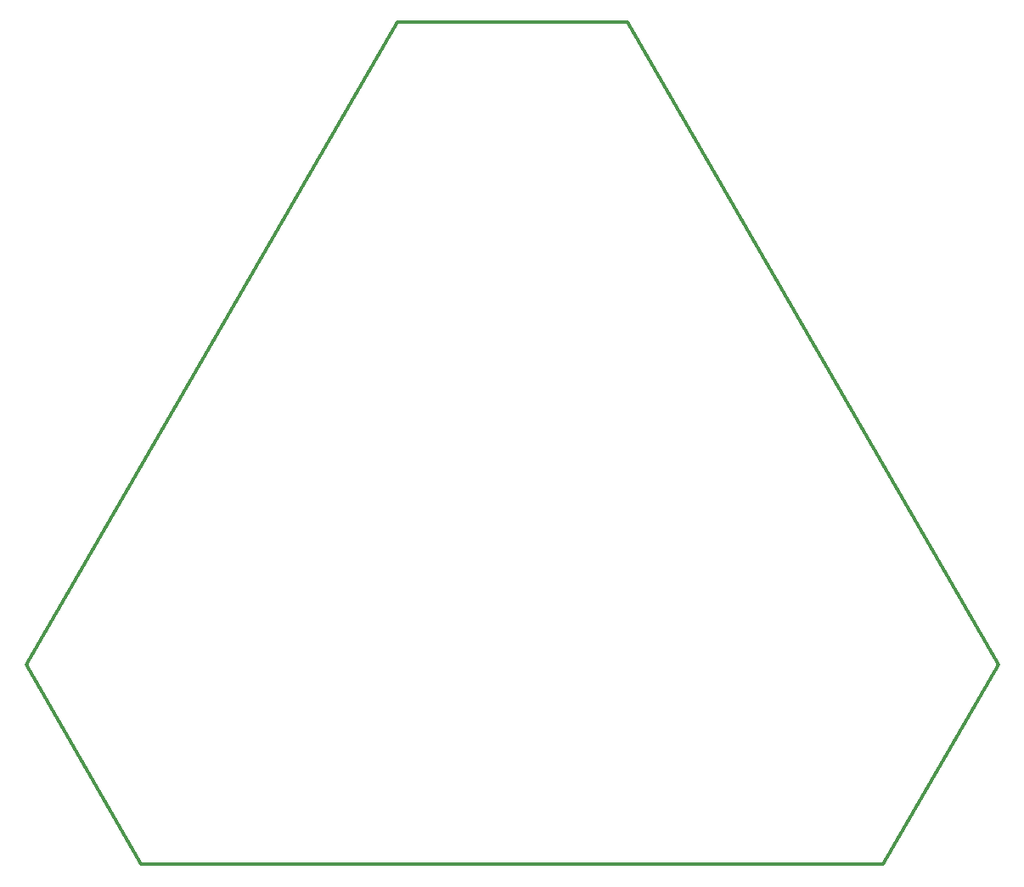
<source format=gko>
%FSLAX44Y44*%
%MOMM*%
G71*
G01*
G75*
G04 Layer_Color=16711935*
%ADD10C,0.2540*%
%ADD11R,2.0320X2.0320*%
%ADD12R,5.5000X1.5000*%
G04:AMPARAMS|DCode=13|XSize=0.24mm|YSize=1.8mm|CornerRadius=0mm|HoleSize=0mm|Usage=FLASHONLY|Rotation=315.000|XOffset=0mm|YOffset=0mm|HoleType=Round|Shape=Round|*
%AMOVALD13*
21,1,1.5600,0.2400,0.0000,0.0000,45.0*
1,1,0.2400,-0.5515,-0.5515*
1,1,0.2400,0.5515,0.5515*
%
%ADD13OVALD13*%

G04:AMPARAMS|DCode=14|XSize=0.24mm|YSize=1.8mm|CornerRadius=0mm|HoleSize=0mm|Usage=FLASHONLY|Rotation=225.000|XOffset=0mm|YOffset=0mm|HoleType=Round|Shape=Round|*
%AMOVALD14*
21,1,1.5600,0.2400,0.0000,0.0000,315.0*
1,1,0.2400,-0.5515,0.5515*
1,1,0.2400,0.5515,-0.5515*
%
%ADD14OVALD14*%

%ADD15R,0.8000X0.9000*%
%ADD16P,2.8737X4X285.0*%
%ADD17P,2.8737X4X345.0*%
%ADD18C,0.4000*%
%ADD19C,0.2000*%
%ADD20C,0.7000*%
%ADD21C,0.5000*%
%ADD22C,0.3000*%
%ADD23C,1.2000*%
G04:AMPARAMS|DCode=24|XSize=1.9mm|YSize=1.1mm|CornerRadius=0mm|HoleSize=0mm|Usage=FLASHONLY|Rotation=90.000|XOffset=0mm|YOffset=0mm|HoleType=Round|Shape=Octagon|*
%AMOCTAGOND24*
4,1,8,0.2750,0.9500,-0.2750,0.9500,-0.5500,0.6750,-0.5500,-0.6750,-0.2750,-0.9500,0.2750,-0.9500,0.5500,-0.6750,0.5500,0.6750,0.2750,0.9500,0.0*
%
%ADD24OCTAGOND24*%

%ADD25O,1.1500X1.2500*%
%ADD26C,1.3000*%
%ADD27C,1.5000*%
%ADD28C,1.7000*%
%ADD29C,4.8260*%
%ADD30C,1.5240*%
%ADD31R,1.5240X1.5240*%
%ADD32R,1.5000X1.5000*%
%ADD33C,0.8000*%
%ADD34C,1.2700*%
%ADD35C,3.8000*%
%ADD36C,3.3020*%
G04:AMPARAMS|DCode=37|XSize=0.9mm|YSize=0.8mm|CornerRadius=0mm|HoleSize=0mm|Usage=FLASHONLY|Rotation=45.000|XOffset=0mm|YOffset=0mm|HoleType=Round|Shape=Rectangle|*
%AMROTATEDRECTD37*
4,1,4,-0.0354,-0.6010,-0.6010,-0.0354,0.0354,0.6010,0.6010,0.0354,-0.0354,-0.6010,0.0*
%
%ADD37ROTATEDRECTD37*%

G04:AMPARAMS|DCode=38|XSize=0.9mm|YSize=0.8mm|CornerRadius=0mm|HoleSize=0mm|Usage=FLASHONLY|Rotation=315.000|XOffset=0mm|YOffset=0mm|HoleType=Round|Shape=Rectangle|*
%AMROTATEDRECTD38*
4,1,4,-0.6010,0.0354,-0.0354,0.6010,0.6010,-0.0354,0.0354,-0.6010,-0.6010,0.0354,0.0*
%
%ADD38ROTATEDRECTD38*%

G04:AMPARAMS|DCode=39|XSize=1.8mm|YSize=1.3mm|CornerRadius=0mm|HoleSize=0mm|Usage=FLASHONLY|Rotation=45.000|XOffset=0mm|YOffset=0mm|HoleType=Round|Shape=Rectangle|*
%AMROTATEDRECTD39*
4,1,4,-0.1768,-1.0960,-1.0960,-0.1768,0.1768,1.0960,1.0960,0.1768,-0.1768,-1.0960,0.0*
%
%ADD39ROTATEDRECTD39*%

G04:AMPARAMS|DCode=40|XSize=0.65mm|YSize=0.9mm|CornerRadius=0mm|HoleSize=0mm|Usage=FLASHONLY|Rotation=60.000|XOffset=0mm|YOffset=0mm|HoleType=Round|Shape=Rectangle|*
%AMROTATEDRECTD40*
4,1,4,0.2272,-0.5065,-0.5522,-0.0565,-0.2272,0.5065,0.5522,0.0565,0.2272,-0.5065,0.0*
%
%ADD40ROTATEDRECTD40*%

%ADD41R,1.6000X2.7000*%
%ADD42R,0.9000X0.8000*%
%ADD43R,1.1000X0.6500*%
G04:AMPARAMS|DCode=44|XSize=0.9mm|YSize=0.8mm|CornerRadius=0mm|HoleSize=0mm|Usage=FLASHONLY|Rotation=210.000|XOffset=0mm|YOffset=0mm|HoleType=Round|Shape=Rectangle|*
%AMROTATEDRECTD44*
4,1,4,0.1897,0.5714,0.5897,-0.1214,-0.1897,-0.5714,-0.5897,0.1214,0.1897,0.5714,0.0*
%
%ADD44ROTATEDRECTD44*%

G04:AMPARAMS|DCode=45|XSize=0.9mm|YSize=0.8mm|CornerRadius=0mm|HoleSize=0mm|Usage=FLASHONLY|Rotation=330.000|XOffset=0mm|YOffset=0mm|HoleType=Round|Shape=Rectangle|*
%AMROTATEDRECTD45*
4,1,4,-0.5897,-0.1214,-0.1897,0.5714,0.5897,0.1214,0.1897,-0.5714,-0.5897,-0.1214,0.0*
%
%ADD45ROTATEDRECTD45*%

%ADD46R,0.6500X0.9000*%
G04:AMPARAMS|DCode=47|XSize=0.65mm|YSize=0.9mm|CornerRadius=0mm|HoleSize=0mm|Usage=FLASHONLY|Rotation=300.000|XOffset=0mm|YOffset=0mm|HoleType=Round|Shape=Rectangle|*
%AMROTATEDRECTD47*
4,1,4,-0.5522,0.0565,0.2272,0.5065,0.5522,-0.0565,-0.2272,-0.5065,-0.5522,0.0565,0.0*
%
%ADD47ROTATEDRECTD47*%

%ADD48R,0.4000X1.5500*%
%ADD49R,2.9000X1.9000*%
G04:AMPARAMS|DCode=50|XSize=0.9mm|YSize=0.8mm|CornerRadius=0mm|HoleSize=0mm|Usage=FLASHONLY|Rotation=120.000|XOffset=0mm|YOffset=0mm|HoleType=Round|Shape=Rectangle|*
%AMROTATEDRECTD50*
4,1,4,0.5714,-0.1897,-0.1214,-0.5897,-0.5714,0.1897,0.1214,0.5897,0.5714,-0.1897,0.0*
%
%ADD50ROTATEDRECTD50*%

G04:AMPARAMS|DCode=51|XSize=0.9mm|YSize=0.8mm|CornerRadius=0mm|HoleSize=0mm|Usage=FLASHONLY|Rotation=240.000|XOffset=0mm|YOffset=0mm|HoleType=Round|Shape=Rectangle|*
%AMROTATEDRECTD51*
4,1,4,-0.1214,0.5897,0.5714,0.1897,0.1214,-0.5897,-0.5714,-0.1897,-0.1214,0.5897,0.0*
%
%ADD51ROTATEDRECTD51*%

%ADD52C,0.9000*%
%ADD53R,0.1200X0.2200*%
%ADD54C,0.2500*%
%ADD55C,0.6000*%
%ADD56C,0.2032*%
%ADD57C,0.1500*%
%ADD58C,0.1200*%
%ADD59C,0.1000*%
%ADD60C,0.1300*%
%ADD61C,0.1100*%
%ADD62R,2.1336X2.1336*%
%ADD63R,5.7032X1.7032*%
G04:AMPARAMS|DCode=64|XSize=0.4432mm|YSize=2.0032mm|CornerRadius=0mm|HoleSize=0mm|Usage=FLASHONLY|Rotation=315.000|XOffset=0mm|YOffset=0mm|HoleType=Round|Shape=Round|*
%AMOVALD64*
21,1,1.5600,0.4432,0.0000,0.0000,45.0*
1,1,0.4432,-0.5515,-0.5515*
1,1,0.4432,0.5515,0.5515*
%
%ADD64OVALD64*%

G04:AMPARAMS|DCode=65|XSize=0.4432mm|YSize=2.0032mm|CornerRadius=0mm|HoleSize=0mm|Usage=FLASHONLY|Rotation=225.000|XOffset=0mm|YOffset=0mm|HoleType=Round|Shape=Round|*
%AMOVALD65*
21,1,1.5600,0.4432,0.0000,0.0000,315.0*
1,1,0.4432,-0.5515,0.5515*
1,1,0.4432,0.5515,-0.5515*
%
%ADD65OVALD65*%

%ADD66R,1.0032X1.1032*%
%ADD67P,3.0174X4X285.0*%
%ADD68P,3.0174X4X345.0*%
%ADD69C,1.4032*%
G04:AMPARAMS|DCode=70|XSize=2.1032mm|YSize=1.3032mm|CornerRadius=0mm|HoleSize=0mm|Usage=FLASHONLY|Rotation=90.000|XOffset=0mm|YOffset=0mm|HoleType=Round|Shape=Octagon|*
%AMOCTAGOND70*
4,1,8,0.3258,1.0516,-0.3258,1.0516,-0.6516,0.7258,-0.6516,-0.7258,-0.3258,-1.0516,0.3258,-1.0516,0.6516,-0.7258,0.6516,0.7258,0.3258,1.0516,0.0*
%
%ADD70OCTAGOND70*%

%ADD71O,1.3532X1.4532*%
%ADD72C,1.5032*%
%ADD73C,1.7032*%
%ADD74C,1.9032*%
%ADD75C,5.0292*%
%ADD76C,1.7272*%
%ADD77R,1.7272X1.7272*%
%ADD78R,1.7032X1.7032*%
%ADD79C,1.0032*%
%ADD80C,1.4732*%
%ADD81C,4.0032*%
%ADD82C,3.5052*%
G04:AMPARAMS|DCode=83|XSize=1.1032mm|YSize=1.0032mm|CornerRadius=0mm|HoleSize=0mm|Usage=FLASHONLY|Rotation=45.000|XOffset=0mm|YOffset=0mm|HoleType=Round|Shape=Rectangle|*
%AMROTATEDRECTD83*
4,1,4,-0.0354,-0.7447,-0.7447,-0.0354,0.0354,0.7447,0.7447,0.0354,-0.0354,-0.7447,0.0*
%
%ADD83ROTATEDRECTD83*%

G04:AMPARAMS|DCode=84|XSize=1.1032mm|YSize=1.0032mm|CornerRadius=0mm|HoleSize=0mm|Usage=FLASHONLY|Rotation=315.000|XOffset=0mm|YOffset=0mm|HoleType=Round|Shape=Rectangle|*
%AMROTATEDRECTD84*
4,1,4,-0.7447,0.0354,-0.0354,0.7447,0.7447,-0.0354,0.0354,-0.7447,-0.7447,0.0354,0.0*
%
%ADD84ROTATEDRECTD84*%

G04:AMPARAMS|DCode=85|XSize=2.0032mm|YSize=1.5032mm|CornerRadius=0mm|HoleSize=0mm|Usage=FLASHONLY|Rotation=45.000|XOffset=0mm|YOffset=0mm|HoleType=Round|Shape=Rectangle|*
%AMROTATEDRECTD85*
4,1,4,-0.1768,-1.2397,-1.2397,-0.1768,0.1768,1.2397,1.2397,0.1768,-0.1768,-1.2397,0.0*
%
%ADD85ROTATEDRECTD85*%

G04:AMPARAMS|DCode=86|XSize=0.8532mm|YSize=1.1032mm|CornerRadius=0mm|HoleSize=0mm|Usage=FLASHONLY|Rotation=60.000|XOffset=0mm|YOffset=0mm|HoleType=Round|Shape=Rectangle|*
%AMROTATEDRECTD86*
4,1,4,0.2644,-0.6452,-0.6910,-0.0937,-0.2644,0.6452,0.6910,0.0937,0.2644,-0.6452,0.0*
%
%ADD86ROTATEDRECTD86*%

%ADD87R,1.8032X2.9032*%
%ADD88R,1.1032X1.0032*%
%ADD89R,1.3032X0.8532*%
G04:AMPARAMS|DCode=90|XSize=1.1032mm|YSize=1.0032mm|CornerRadius=0mm|HoleSize=0mm|Usage=FLASHONLY|Rotation=210.000|XOffset=0mm|YOffset=0mm|HoleType=Round|Shape=Rectangle|*
%AMROTATEDRECTD90*
4,1,4,0.2269,0.7102,0.7285,-0.1586,-0.2269,-0.7102,-0.7285,0.1586,0.2269,0.7102,0.0*
%
%ADD90ROTATEDRECTD90*%

G04:AMPARAMS|DCode=91|XSize=1.1032mm|YSize=1.0032mm|CornerRadius=0mm|HoleSize=0mm|Usage=FLASHONLY|Rotation=330.000|XOffset=0mm|YOffset=0mm|HoleType=Round|Shape=Rectangle|*
%AMROTATEDRECTD91*
4,1,4,-0.7285,-0.1586,-0.2269,0.7102,0.7285,0.1586,0.2269,-0.7102,-0.7285,-0.1586,0.0*
%
%ADD91ROTATEDRECTD91*%

%ADD92R,0.8532X1.1032*%
G04:AMPARAMS|DCode=93|XSize=0.8532mm|YSize=1.1032mm|CornerRadius=0mm|HoleSize=0mm|Usage=FLASHONLY|Rotation=300.000|XOffset=0mm|YOffset=0mm|HoleType=Round|Shape=Rectangle|*
%AMROTATEDRECTD93*
4,1,4,-0.6910,0.0937,0.2644,0.6452,0.6910,-0.0937,-0.2644,-0.6452,-0.6910,0.0937,0.0*
%
%ADD93ROTATEDRECTD93*%

%ADD94R,0.6032X1.7532*%
%ADD95R,3.1032X2.1032*%
G04:AMPARAMS|DCode=96|XSize=1.1032mm|YSize=1.0032mm|CornerRadius=0mm|HoleSize=0mm|Usage=FLASHONLY|Rotation=120.000|XOffset=0mm|YOffset=0mm|HoleType=Round|Shape=Rectangle|*
%AMROTATEDRECTD96*
4,1,4,0.7102,-0.2269,-0.1586,-0.7285,-0.7102,0.2269,0.1586,0.7285,0.7102,-0.2269,0.0*
%
%ADD96ROTATEDRECTD96*%

G04:AMPARAMS|DCode=97|XSize=1.1032mm|YSize=1.0032mm|CornerRadius=0mm|HoleSize=0mm|Usage=FLASHONLY|Rotation=240.000|XOffset=0mm|YOffset=0mm|HoleType=Round|Shape=Rectangle|*
%AMROTATEDRECTD97*
4,1,4,-0.1586,0.7285,0.7102,0.2269,0.1586,-0.7285,-0.7102,-0.2269,-0.1586,0.7285,0.0*
%
%ADD97ROTATEDRECTD97*%

D22*
X115000Y840000D02*
X485000Y199200D01*
X-115000Y840000D02*
X115000D01*
X370000Y0D02*
X485000Y199200D01*
X-485000Y199200D02*
X-115000Y840000D01*
X-485000Y199200D02*
X-370000Y0D01*
Y0D02*
X370000D01*
M02*

</source>
